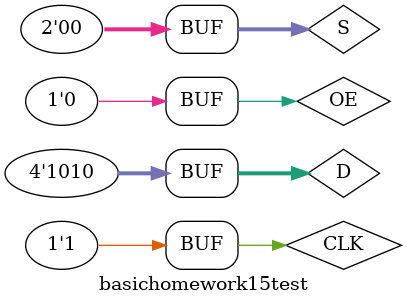
<source format=v>
`timescale 1ns / 1ps


module basichomework15test;

	// Inputs
	reg CLK;
	reg [3:0] D;
	reg OE;
	reg [1:0] S;

	// Outputs
	wire [3:0] Q;

	// Instantiate the Unit Under Test (UUT)
	basichomework15 uut (
		.CLK(CLK), 
		.Q(Q), 
		.D(D), 
		.OE(OE), 
		.S(S)
	);

	initial begin
		// Initialize Inputs
		CLK = 0;
		D = 0;
		OE = 0;
		S = 0;

		// Wait 100 ns for global reset to finish
		#100;
        
		// Add stimulus here
		#100;
		OE<=1;
		CLK<=1;
		D=4'b1010;
		
		#100;
		OE<=0;
		CLK<=0;
		S<=2'b11;
		
		#100;
		CLK<=1;
		
		#100;
		CLK<=0;
		S<=2'b10;
		
		#100;
		CLK<=1;
		
		#100;
		CLK<=0;
		S<=2'b01;
		
		#100;
		CLK<=1;
		
		#100;
		S<=2'b00;
		CLK<=0;
		
		#100;
		CLK<=1;
		
	end
      
endmodule


</source>
